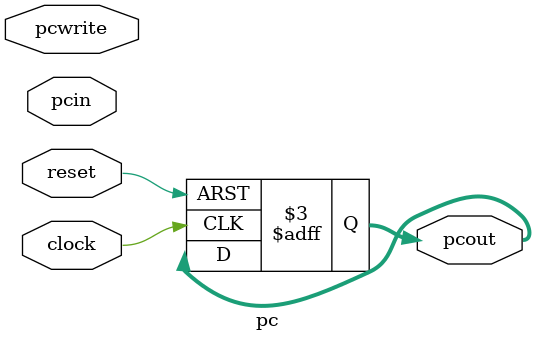
<source format=v>
module pc(clock,reset,pcin,pcwrite,pcout);

  input clock,reset;
  input [31:0] pcin;
  input 	pcwrite;
  output[31:0] pcout;
  reg[31:0] 	pcout;


  always@(posedge clock or negedge reset)
    begin

    if(reset==1'b0)
    begin
      pcout<=32'h00010000;
    end
  end

endmodule // pc
</source>
